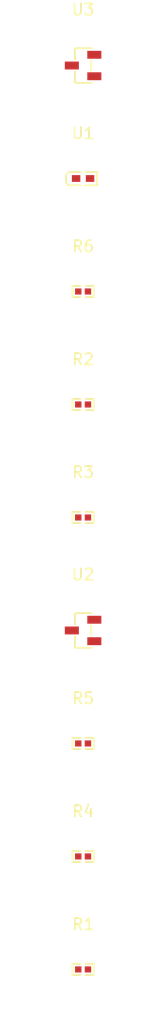
<source format=kicad_pcb>
(kicad_pcb (version 20241229) (generator "atopile") (generator_version "0.4.1")
  (layers (0 "F.Cu" signal) (31 "B.Cu" signal) (34 "B.Paste" user) (35 "F.Paste" user) (36 "B.SilkS" user "B.Silkscreen") (37 "F.SilkS" user "F.Silkscreen") (38 "B.Mask" user) (39 "F.Mask" user) (44 "Edge.Cuts" user))
  (net 0 "")
  (net 1 "REF")
  (net 2 "OUT")
  (net 3 "REF-1")
  (net 4 "hv")
  (net 5 "gnd")
  (net 6 "A")
  (net 7 "anode")
  (footprint "atopile:R0402-56259e" (layer "F.Cu") (at 0 0 0)
    (property "Reference" "R1" (at 0 -4 0) (layer "F.SilkS") (hide no))
    (property "Value" "10kΩ ±1% 62.5mW")
    (fp_line (start -0.23 0.5) (end -0.94 0.5) (stroke (width 0.15)) (layer "F.SilkS"))
    (fp_line (start -0.94 0.5) (end -0.94 -0.5) (stroke (width 0.15)) (layer "F.SilkS"))
    (fp_line (start -0.94 -0.5) (end -0.23 -0.5) (stroke (width 0.15)) (layer "F.SilkS"))
    (fp_line (start 0.23 0.5) (end 0.94 0.5) (stroke (width 0.15)) (layer "F.SilkS"))
    (fp_line (start 0.94 0.5) (end 0.94 -0.5) (stroke (width 0.15)) (layer "F.SilkS"))
    (fp_line (start 0.94 -0.5) (end 0.23 -0.5) (stroke (width 0.15)) (layer "F.SilkS"))
    (fp_text user "${REFERENCE}" (at 0 -4 0) (layer "F.SilkS"))
    (pad "2" smd rect (at 0.43 0 0) (size 0.57 0.54) (layers "F.Cu" "F.Paste" "F.Mask") (net 3 "REF-1"))
    (pad "1" smd rect (at -0.43 0 0) (size 0.57 0.54) (layers "F.Cu" "F.Paste" "F.Mask") (net 4 "hv"))
  )
  (footprint "atopile:R0402-56259e" (layer "F.Cu") (at 0 -10 0)
    (property "Reference" "R4" (at 0 -4 0) (layer "F.SilkS") (hide no))
    (property "Value" "10kΩ ±1% 62.5mW")
    (fp_line (start -0.23 0.5) (end -0.94 0.5) (stroke (width 0.15)) (layer "F.SilkS"))
    (fp_line (start -0.94 0.5) (end -0.94 -0.5) (stroke (width 0.15)) (layer "F.SilkS"))
    (fp_line (start -0.94 -0.5) (end -0.23 -0.5) (stroke (width 0.15)) (layer "F.SilkS"))
    (fp_line (start 0.23 0.5) (end 0.94 0.5) (stroke (width 0.15)) (layer "F.SilkS"))
    (fp_line (start 0.94 0.5) (end 0.94 -0.5) (stroke (width 0.15)) (layer "F.SilkS"))
    (fp_line (start 0.94 -0.5) (end 0.23 -0.5) (stroke (width 0.15)) (layer "F.SilkS"))
    (fp_text user "${REFERENCE}" (at 0 -4 0) (layer "F.SilkS"))
    (pad "2" smd rect (at 0.43 0 0) (size 0.57 0.54) (layers "F.Cu" "F.Paste" "F.Mask") (net 5 "gnd"))
    (pad "1" smd rect (at -0.43 0 0) (size 0.57 0.54) (layers "F.Cu" "F.Paste" "F.Mask") (net 1 "REF"))
  )
  (footprint "atopile:R0402-56259e" (layer "F.Cu") (at 0 -20 0)
    (property "Reference" "R5" (at 0 -4 0) (layer "F.SilkS") (hide no))
    (property "Value" "10kΩ ±1% 62.5mW")
    (fp_line (start -0.23 0.5) (end -0.94 0.5) (stroke (width 0.15)) (layer "F.SilkS"))
    (fp_line (start -0.94 0.5) (end -0.94 -0.5) (stroke (width 0.15)) (layer "F.SilkS"))
    (fp_line (start -0.94 -0.5) (end -0.23 -0.5) (stroke (width 0.15)) (layer "F.SilkS"))
    (fp_line (start 0.23 0.5) (end 0.94 0.5) (stroke (width 0.15)) (layer "F.SilkS"))
    (fp_line (start 0.94 0.5) (end 0.94 -0.5) (stroke (width 0.15)) (layer "F.SilkS"))
    (fp_line (start 0.94 -0.5) (end 0.23 -0.5) (stroke (width 0.15)) (layer "F.SilkS"))
    (fp_text user "${REFERENCE}" (at 0 -4 0) (layer "F.SilkS"))
    (pad "2" smd rect (at 0.43 0 0) (size 0.57 0.54) (layers "F.Cu" "F.Paste" "F.Mask") (net 7 "anode"))
    (pad "1" smd rect (at -0.43 0 0) (size 0.57 0.54) (layers "F.Cu" "F.Paste" "F.Mask") (net 4 "hv"))
  )
  (footprint "atopile:SOT-23-3_L2.9-W1.3-P1.90-LS2.4-BR-688f29" (layer "F.Cu") (at 0 -30 0)
    (property "Reference" "U2" (at 0 -4.95 0) (layer "F.SilkS") (hide no))
    (property "Value" "")
    (fp_line (start 0.73 -1.53) (end -0.73 -1.53) (stroke (width 0.15)) (layer "F.SilkS"))
    (fp_line (start -0.73 -1.53) (end -0.73 -0.49) (stroke (width 0.15)) (layer "F.SilkS"))
    (fp_line (start 0.73 1.53) (end -0.73 1.53) (stroke (width 0.15)) (layer "F.SilkS"))
    (fp_line (start -0.73 1.53) (end -0.73 0.49) (stroke (width 0.15)) (layer "F.SilkS"))
    (fp_line (start 0.73 -0.46) (end 0.73 0.46) (stroke (width 0.15)) (layer "F.SilkS"))
    (fp_text user "${REFERENCE}" (at 0 -4.95 0) (layer "F.SilkS"))
    (pad "1" smd rect (at 1 0.95 0) (size 1.25 0.7) (layers "F.Cu" "F.Paste" "F.Mask") (net 1 "REF"))
    (pad "2" smd rect (at 1 -0.95 0) (size 1.25 0.7) (layers "F.Cu" "F.Paste" "F.Mask") (net 3 "REF-1"))
    (pad "3" smd rect (at -1 0 0) (size 1.25 0.7) (layers "F.Cu" "F.Paste" "F.Mask") (net 6 "A"))
  )
  (footprint "atopile:R0402-56259e" (layer "F.Cu") (at 0 -40 0)
    (property "Reference" "R3" (at 0 -4 0) (layer "F.SilkS") (hide no))
    (property "Value" "10kΩ ±1% 62.5mW")
    (fp_line (start -0.23 0.5) (end -0.94 0.5) (stroke (width 0.15)) (layer "F.SilkS"))
    (fp_line (start -0.94 0.5) (end -0.94 -0.5) (stroke (width 0.15)) (layer "F.SilkS"))
    (fp_line (start -0.94 -0.5) (end -0.23 -0.5) (stroke (width 0.15)) (layer "F.SilkS"))
    (fp_line (start 0.23 0.5) (end 0.94 0.5) (stroke (width 0.15)) (layer "F.SilkS"))
    (fp_line (start 0.94 0.5) (end 0.94 -0.5) (stroke (width 0.15)) (layer "F.SilkS"))
    (fp_line (start 0.94 -0.5) (end 0.23 -0.5) (stroke (width 0.15)) (layer "F.SilkS"))
    (fp_text user "${REFERENCE}" (at 0 -4 0) (layer "F.SilkS"))
    (pad "2" smd rect (at 0.43 0 0) (size 0.57 0.54) (layers "F.Cu" "F.Paste" "F.Mask") (net 6 "A"))
    (pad "1" smd rect (at -0.43 0 0) (size 0.57 0.54) (layers "F.Cu" "F.Paste" "F.Mask") (net 3 "REF-1"))
  )
  (footprint "atopile:R0402-56259e" (layer "F.Cu") (at 0 -50 0)
    (property "Reference" "R2" (at 0 -4 0) (layer "F.SilkS") (hide no))
    (property "Value" "10kΩ ±1% 62.5mW")
    (fp_line (start -0.23 0.5) (end -0.94 0.5) (stroke (width 0.15)) (layer "F.SilkS"))
    (fp_line (start -0.94 0.5) (end -0.94 -0.5) (stroke (width 0.15)) (layer "F.SilkS"))
    (fp_line (start -0.94 -0.5) (end -0.23 -0.5) (stroke (width 0.15)) (layer "F.SilkS"))
    (fp_line (start 0.23 0.5) (end 0.94 0.5) (stroke (width 0.15)) (layer "F.SilkS"))
    (fp_line (start 0.94 0.5) (end 0.94 -0.5) (stroke (width 0.15)) (layer "F.SilkS"))
    (fp_line (start 0.94 -0.5) (end 0.23 -0.5) (stroke (width 0.15)) (layer "F.SilkS"))
    (fp_text user "${REFERENCE}" (at 0 -4 0) (layer "F.SilkS"))
    (pad "2" smd rect (at 0.43 0 0) (size 0.57 0.54) (layers "F.Cu" "F.Paste" "F.Mask") (net 1 "REF"))
    (pad "1" smd rect (at -0.43 0 0) (size 0.57 0.54) (layers "F.Cu" "F.Paste" "F.Mask") (net 4 "hv"))
  )
  (footprint "atopile:R0402-56259e" (layer "F.Cu") (at 0 -60 0)
    (property "Reference" "R6" (at 0 -4 0) (layer "F.SilkS") (hide no))
    (property "Value" "10kΩ ±1% 62.5mW")
    (fp_line (start -0.23 0.5) (end -0.94 0.5) (stroke (width 0.15)) (layer "F.SilkS"))
    (fp_line (start -0.94 0.5) (end -0.94 -0.5) (stroke (width 0.15)) (layer "F.SilkS"))
    (fp_line (start -0.94 -0.5) (end -0.23 -0.5) (stroke (width 0.15)) (layer "F.SilkS"))
    (fp_line (start 0.23 0.5) (end 0.94 0.5) (stroke (width 0.15)) (layer "F.SilkS"))
    (fp_line (start 0.94 0.5) (end 0.94 -0.5) (stroke (width 0.15)) (layer "F.SilkS"))
    (fp_line (start 0.94 -0.5) (end 0.23 -0.5) (stroke (width 0.15)) (layer "F.SilkS"))
    (fp_text user "${REFERENCE}" (at 0 -4 0) (layer "F.SilkS"))
    (pad "2" smd rect (at 0.43 0 0) (size 0.57 0.54) (layers "F.Cu" "F.Paste" "F.Mask") (net 2 "OUT"))
    (pad "1" smd rect (at -0.43 0 0) (size 0.57 0.54) (layers "F.Cu" "F.Paste" "F.Mask") (net 7 "anode"))
  )
  (footprint "atopile:LED0402-R-RD-049f90" (layer "F.Cu") (at 0 -70 0)
    (property "Reference" "U1" (at 0 -4 0) (layer "F.SilkS") (hide no))
    (property "Value" "")
    (fp_line (start 0.19 0.61) (end 1.26 0.61) (stroke (width 0.15)) (layer "F.SilkS"))
    (fp_line (start 1.26 0.61) (end 1.26 -0.58) (stroke (width 0.15)) (layer "F.SilkS"))
    (fp_line (start 1.26 -0.58) (end 0.19 -0.58) (stroke (width 0.15)) (layer "F.SilkS"))
    (fp_line (start -1.23 0.61) (end -1.27 0.6) (stroke (width 0.15)) (layer "F.SilkS"))
    (fp_line (start -1.27 0.6) (end -1.51 0.36) (stroke (width 0.15)) (layer "F.SilkS"))
    (fp_line (start -1.51 0.36) (end -1.51 -0.33) (stroke (width 0.15)) (layer "F.SilkS"))
    (fp_line (start -1.51 -0.33) (end -1.25 -0.58) (stroke (width 0.15)) (layer "F.SilkS"))
    (fp_line (start -1.23 0.61) (end -0.21 0.61) (stroke (width 0.15)) (layer "F.SilkS"))
    (fp_line (start -1.25 -0.58) (end -0.21 -0.58) (stroke (width 0.15)) (layer "F.SilkS"))
    (fp_text user "${REFERENCE}" (at 0 -4 0) (layer "F.SilkS"))
    (pad "1" smd rect (at 0.62 0 0) (size 0.75 0.6) (layers "F.Cu" "F.Paste" "F.Mask") (net 7 "anode"))
    (pad "2" smd rect (at -0.62 0 0) (size 0.75 0.6) (layers "F.Cu" "F.Paste" "F.Mask") (net 2 "OUT"))
  )
  (footprint "atopile:SOT-23-3_L2.9-W1.3-P1.90-LS2.4-BR-688f29" (layer "F.Cu") (at 0 -80 0)
    (property "Reference" "U3" (at 0 -4.95 0) (layer "F.SilkS") (hide no))
    (property "Value" "")
    (fp_line (start 0.73 -1.53) (end -0.73 -1.53) (stroke (width 0.15)) (layer "F.SilkS"))
    (fp_line (start -0.73 -1.53) (end -0.73 -0.49) (stroke (width 0.15)) (layer "F.SilkS"))
    (fp_line (start 0.73 1.53) (end -0.73 1.53) (stroke (width 0.15)) (layer "F.SilkS"))
    (fp_line (start -0.73 1.53) (end -0.73 0.49) (stroke (width 0.15)) (layer "F.SilkS"))
    (fp_line (start 0.73 -0.46) (end 0.73 0.46) (stroke (width 0.15)) (layer "F.SilkS"))
    (fp_text user "${REFERENCE}" (at 0 -4.95 0) (layer "F.SilkS"))
    (pad "1" smd rect (at 1 0.95 0) (size 1.25 0.7) (layers "F.Cu" "F.Paste" "F.Mask") (net 2 "OUT"))
    (pad "2" smd rect (at 1 -0.95 0) (size 1.25 0.7) (layers "F.Cu" "F.Paste" "F.Mask") (net 1 "REF"))
    (pad "3" smd rect (at -1 0 0) (size 1.25 0.7) (layers "F.Cu" "F.Paste" "F.Mask") (net 5 "gnd"))
  )
)
</source>
